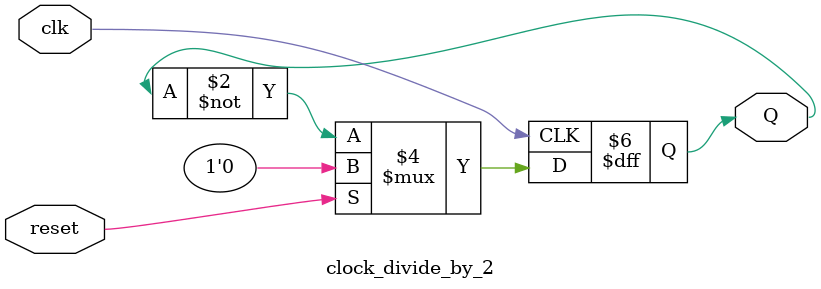
<source format=v>
`timescale 1ns / 1ps

module clock_divide_by_2(clk,reset,Q);
input clk,reset;
output reg Q;
always @(posedge clk) //synchronous reset 
begin
if(reset)
Q<=1'b0;
else
Q<=~Q;
end
endmodule

</source>
